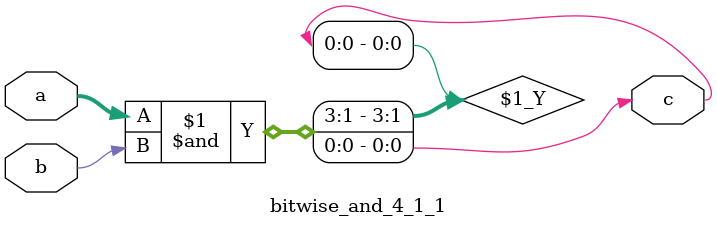
<source format=v>
module bitwise_and_4_1_1(a, b, c);
  input [3:0] a;
  input b;
  output c;
  assign c = a & b;
endmodule

</source>
